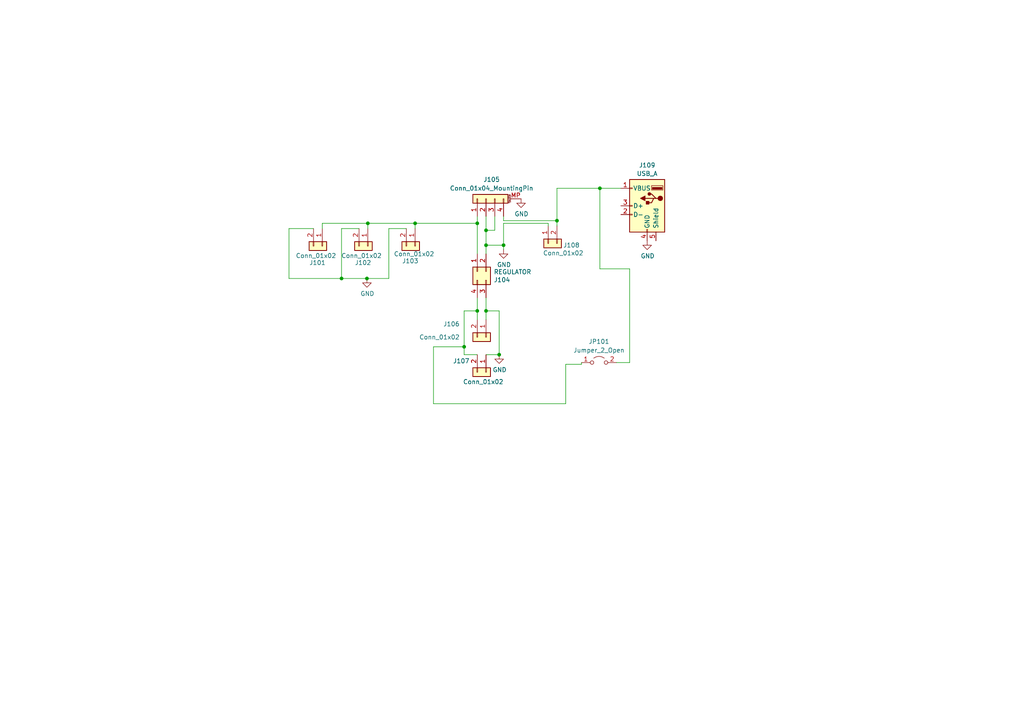
<source format=kicad_sch>
(kicad_sch (version 20230121) (generator eeschema)
  (paper "A4")
  (lib_symbols
    (symbol "Connector:USB_A" (pin_names (offset 1.016))
      (property "Reference" "J" (at -5.08 11.43 0))
      (property "Value" "USB_A" (at -5.08 8.89 0))
      (symbol "USB_A_0_1"
        (rectangle (start -5.08 -7.62) (end 5.08 7.62) (stroke (width 0.254)) (fill (type background)))
        (circle (center -3.81 2.159) (radius 0.635) (stroke (width 0.254)) (fill (type outline)))
        (rectangle (start -1.524 4.826) (end -4.318 5.334) (fill (type outline)))
        (rectangle (start -1.27 4.572) (end -4.572 5.842))
        (circle (center -0.635 3.429) (radius 0.381) (stroke (width 0.254)) (fill (type outline)))
        (rectangle (start -0.127 -7.62) (end 0.127 -6.858))
        (polyline (pts (xy -3.175 2.159) (xy -2.54 2.159) (xy -1.27 3.429) (xy -0.635 3.429)) (stroke (width 0.254)))
        (polyline (pts (xy -2.54 2.159) (xy -1.905 2.159) (xy -1.27 0.889) (xy 0 0.889)) (stroke (width 0.254)))
        (polyline (pts (xy 0.635 2.794) (xy 0.635 1.524) (xy 1.905 2.159) (xy 0.635 2.794)) (stroke (width 0.254)) (fill (type outline)))
        (rectangle (start 0.254 1.27) (end -0.508 0.508) (stroke (width 0.254)) (fill (type outline)))
        (rectangle (start 5.08 -2.667) (end 4.318 -2.413))
        (rectangle (start 5.08 -0.127) (end 4.318 0.127))
        (rectangle (start 5.08 4.953) (end 4.318 5.207))
      )
      (symbol "USB_A_1_1"
        (polyline (pts (xy -1.905 2.159) (xy 0.635 2.159)) (stroke (width 0.254)))
        (pin power_in line (at 7.62 5.08 180) (length 2.54) (name "VBUS") (number "1"))
        (pin bidirectional line (at 7.62 -2.54 180) (length 2.54) (name "D-") (number "2"))
        (pin bidirectional line (at 7.62 0 180) (length 2.54) (name "D+") (number "3"))
        (pin power_in line (at 0 -10.16 90) (length 2.54) (name "GND") (number "4"))
        (pin passive line (at -2.54 -10.16 90) (length 2.54) (name "Shield") (number "5"))
      )
    )
    (symbol "Connector_Generic:Conn_01x02" (pin_names (offset 1.016) hide)
      (property "Reference" "J" (at 0 2.54 0))
      (property "Value" "Conn_01x02" (at 0 -5.08 0))
      (symbol "Conn_01x02_1_1"
        (rectangle (start -1.27 -2.413) (end 0 -2.667) (stroke (width 0.1524)))
        (rectangle (start -1.27 0.127) (end 0 -0.127) (stroke (width 0.1524)))
        (rectangle (start -1.27 1.27) (end 1.27 -3.81) (stroke (width 0.254)) (fill (type background)))
        (pin passive line (at -5.08 0 0) (length 3.81) (name "Pin_1") (number "1"))
        (pin passive line (at -5.08 -2.54 0) (length 3.81) (name "Pin_2") (number "2"))
      )
    )
    (symbol "Connector_Generic:Conn_02x02_Counter_Clockwise" (pin_names (offset 1.016) hide)
      (property "Reference" "J" (at 1.27 2.54 0))
      (property "Value" "Conn_02x02_Counter_Clockwise" (at 1.27 -5.08 0))
      (symbol "Conn_02x02_Counter_Clockwise_1_1"
        (rectangle (start -1.27 -2.413) (end 0 -2.667) (stroke (width 0.1524)))
        (rectangle (start -1.27 0.127) (end 0 -0.127) (stroke (width 0.1524)))
        (rectangle (start -1.27 1.27) (end 3.81 -3.81) (stroke (width 0.254)) (fill (type background)))
        (rectangle (start 3.81 -2.413) (end 2.54 -2.667) (stroke (width 0.1524)))
        (rectangle (start 3.81 0.127) (end 2.54 -0.127) (stroke (width 0.1524)))
        (pin passive line (at -5.08 0 0) (length 3.81) (name "Pin_1") (number "1"))
        (pin passive line (at -5.08 -2.54 0) (length 3.81) (name "Pin_2") (number "2"))
        (pin passive line (at 7.62 -2.54 180) (length 3.81) (name "Pin_3") (number "3"))
        (pin passive line (at 7.62 0 180) (length 3.81) (name "Pin_4") (number "4"))
      )
    )
    (symbol "Connector_Generic_MountingPin:Conn_01x04_MountingPin" (pin_names (offset 1.016) hide)
      (property "Reference" "J" (at 0 5.08 0))
      (property "Value" "Conn_01x04_MountingPin" (at 1.27 -7.62 0))
      (symbol "Conn_01x04_MountingPin_1_1"
        (rectangle (start -1.27 -4.953) (end 0 -5.207) (stroke (width 0.1524)))
        (rectangle (start -1.27 -2.413) (end 0 -2.667) (stroke (width 0.1524)))
        (rectangle (start -1.27 0.127) (end 0 -0.127) (stroke (width 0.1524)))
        (rectangle (start -1.27 2.667) (end 0 2.413) (stroke (width 0.1524)))
        (rectangle (start -1.27 3.81) (end 1.27 -6.35) (stroke (width 0.254)) (fill (type background)))
        (polyline (pts (xy -1.016 -7.112) (xy 1.016 -7.112)) (stroke (width 0.1524)))
        (text "Mounting" (at 0 -6.731 0) (effects (font (size 0.381 0.381))))
        (pin passive line (at -5.08 2.54 0) (length 3.81) (name "Pin_1") (number "1"))
        (pin passive line (at -5.08 0 0) (length 3.81) (name "Pin_2") (number "2"))
        (pin passive line (at -5.08 -2.54 0) (length 3.81) (name "Pin_3") (number "3"))
        (pin passive line (at -5.08 -5.08 0) (length 3.81) (name "Pin_4") (number "4"))
        (pin passive line (at 0 -10.16 90) (length 3.048) (name "MountPin") (number "MP"))
      )
    )
    (symbol "Jumper:Jumper_2_Open" (pin_names (offset 0) hide)
      (property "Reference" "JP" (at 0 2.794 0))
      (property "Value" "Jumper_2_Open" (at 0 -2.286 0))
      (symbol "Jumper_2_Open_0_0"
        (circle (center -2.032 0) (radius 0.508))
        (circle (center 2.032 0) (radius 0.508))
      )
      (symbol "Jumper_2_Open_0_1"
        (arc (start 1.524 1.27) (mid 0 1.778) (end -1.524 1.27))
      )
      (symbol "Jumper_2_Open_1_1"
        (pin passive line (at -5.08 0 0) (length 2.54) (name "A") (number "1"))
        (pin passive line (at 5.08 0 180) (length 2.54) (name "B") (number "2"))
      )
    )
    (symbol "power:GND" (power) (pin_names (offset 0))
      (property "Value" "GND" (at 0 -3.81 0))
      (symbol "GND_0_1"
        (polyline (pts (xy 0 0) (xy 0 -1.27) (xy 1.27 -1.27) (xy 0 -2.54) (xy -1.27 -1.27) (xy 0 -1.27)))
      )
      (symbol "GND_1_1"
        (pin power_in line (at 0 0 270) (length 0) hide (name "GND") (number "1"))
      )
    )
  )
  (junction (at 138.43 90.17))
  (junction (at 134.62 100.584))
  (junction (at 99.06 80.772))
  (junction (at 140.97 90.17))
  (junction (at 144.78 102.87))
  (junction (at 140.97 71.12))
  (junction (at 140.97 66.802))
  (junction (at 138.43 64.77))
  (junction (at 120.396 64.77))
  (junction (at 106.68 64.77))
  (junction (at 161.544 64.008))
  (junction (at 146.05 71.12))
  (junction (at 106.426 80.772))
  (junction (at 173.99 54.61))
  (wire (pts (xy 138.43 62.738) (xy 138.43 64.77)))
  (wire (pts (xy 125.73 117.094) (xy 164.084 117.094)))
  (wire (pts (xy 83.82 80.772) (xy 83.82 66.294)))
  (wire (pts (xy 161.544 54.61) (xy 173.99 54.61)))
  (wire (pts (xy 140.97 66.802) (xy 140.97 71.12)))
  (wire (pts (xy 125.73 100.584) (xy 125.73 117.094)))
  (wire (pts (xy 140.97 71.12) (xy 146.05 71.12)))
  (wire (pts (xy 134.62 102.87) (xy 138.43 102.87)))
  (wire (pts (xy 161.544 64.008) (xy 161.544 65.532)))
  (wire (pts (xy 143.51 66.802) (xy 143.51 62.738)))
  (wire (pts (xy 112.776 80.772) (xy 106.426 80.772)))
  (wire (pts (xy 134.62 100.584) (xy 125.73 100.584)))
  (wire (pts (xy 106.68 64.77) (xy 120.396 64.77)))
  (wire (pts (xy 168.656 105.664) (xy 168.656 105.156)))
  (wire (pts (xy 161.544 64.008) (xy 161.544 54.61)))
  (wire (pts (xy 134.62 100.584) (xy 134.62 102.87)))
  (wire (pts (xy 182.626 77.978) (xy 173.99 77.978)))
  (wire (pts (xy 106.68 66.294) (xy 106.68 64.77)))
  (wire (pts (xy 146.05 64.008) (xy 161.544 64.008)))
  (wire (pts (xy 140.97 86.36) (xy 140.97 90.17)))
  (wire (pts (xy 146.05 71.12) (xy 146.05 72.39)))
  (wire (pts (xy 173.99 77.978) (xy 173.99 54.61)))
  (wire (pts (xy 99.06 80.772) (xy 99.06 66.294)))
  (wire (pts (xy 138.43 90.17) (xy 134.62 90.17)))
  (wire (pts (xy 159.004 64.77) (xy 146.05 64.77)))
  (wire (pts (xy 140.97 66.802) (xy 143.51 66.802)))
  (wire (pts (xy 120.396 64.77) (xy 138.43 64.77)))
  (wire (pts (xy 164.084 117.094) (xy 164.084 105.664)))
  (wire (pts (xy 164.084 105.664) (xy 168.656 105.664)))
  (wire (pts (xy 99.06 80.772) (xy 83.82 80.772)))
  (wire (pts (xy 140.97 102.87) (xy 144.78 102.87)))
  (wire (pts (xy 140.97 73.66) (xy 140.97 71.12)))
  (wire (pts (xy 138.43 64.77) (xy 138.43 73.66)))
  (wire (pts (xy 106.68 64.77) (xy 93.472 64.77)))
  (wire (pts (xy 138.43 86.36) (xy 138.43 90.17)))
  (wire (pts (xy 106.426 80.772) (xy 99.06 80.772)))
  (wire (pts (xy 120.396 66.294) (xy 120.396 64.77)))
  (wire (pts (xy 144.78 102.87) (xy 144.78 90.17)))
  (wire (pts (xy 93.472 64.77) (xy 93.472 66.294)))
  (wire (pts (xy 117.856 66.294) (xy 112.776 66.294)))
  (wire (pts (xy 138.43 90.17) (xy 138.43 92.71)))
  (wire (pts (xy 146.05 62.738) (xy 146.05 64.008)))
  (wire (pts (xy 83.82 66.294) (xy 90.932 66.294)))
  (wire (pts (xy 112.776 66.294) (xy 112.776 80.772)))
  (wire (pts (xy 140.97 62.738) (xy 140.97 66.802)))
  (wire (pts (xy 99.06 66.294) (xy 104.14 66.294)))
  (wire (pts (xy 144.78 90.17) (xy 140.97 90.17)))
  (wire (pts (xy 173.99 54.61) (xy 180.086 54.61)))
  (wire (pts (xy 182.626 105.156) (xy 182.626 77.978)))
  (wire (pts (xy 159.004 65.532) (xy 159.004 64.77)))
  (wire (pts (xy 140.97 92.71) (xy 140.97 90.17)))
  (wire (pts (xy 146.05 64.77) (xy 146.05 71.12)))
  (wire (pts (xy 134.62 90.17) (xy 134.62 100.584)))
  (wire (pts (xy 178.816 105.156) (xy 182.626 105.156)))
  (symbol (lib_id "Connector_Generic:Conn_02x02_Counter_Clockwise") (at 138.43 78.74 90) (mirror x) (unit 1)
    (property "Reference" "J104" (at 143.2052 81.1784 90) (effects (justify right)))
    (property "Value" "REGULATOR" (at 143.2052 78.867 90) (effects (justify right)))
    (property "Footprint" "EvezorLIB:LM2596_DC-DC" (effects hide))
  )
  (symbol (lib_id "Connector_Generic:Conn_01x02") (at 140.97 97.79 270) (unit 1)
    (property "Reference" "J106" (at 133.35 93.98 90) (effects (justify right)))
    (property "Value" "Conn_01x02" (at 133.35 97.79 90) (effects (justify right)))
    (property "Footprint" "Connector_Molex:Molex_KK-254_AE-6410-02A_1x02_P2.54mm_Vertical" (effects hide))
  )
  (symbol (lib_id "Connector_Generic:Conn_01x02") (at 140.97 107.95 270) (unit 1)
    (property "Reference" "J107" (at 136.1948 104.6988 90) (effects (justify right)))
    (property "Value" "Conn_01x02" (at 146.05 110.744 90) (effects (justify right)))
    (property "Footprint" "Connector_Molex:Molex_KK-254_AE-6410-02A_1x02_P2.54mm_Vertical" (effects hide))
  )
  (symbol (lib_id "power:GND") (at 144.78 102.87 0) (unit 1)
    (property "Reference" "#PWR0102" (effects hide))
    (property "Value" "GND" (at 144.907 107.2642 0))
  )
  (symbol (lib_id "power:GND") (at 146.05 72.39 0) (unit 1)
    (property "Reference" "#PWR0103" (effects hide))
    (property "Value" "GND" (at 146.177 76.7842 0))
  )
  (symbol (lib_id "power:GND") (at 187.706 69.85 0) (unit 1)
    (property "Reference" "#PWR0105" (effects hide))
    (property "Value" "GND" (at 187.833 74.2442 0))
  )
  (symbol (lib_id "Connector_Generic:Conn_01x02") (at 93.472 71.374 270) (unit 1)
    (property "Reference" "J101" (at 94.488 76.2 90) (effects (justify right)))
    (property "Value" "Conn_01x02" (at 97.536 74.168 90) (effects (justify right)))
    (property "Footprint" "Connector_Phoenix_MC:PhoenixContact_MC_1,5_2-G-3.81_1x02_P3.81mm_Horizontal" (effects hide))
  )
  (symbol (lib_id "Connector_Generic_MountingPin:Conn_01x04_MountingPin") (at 140.97 57.658 90) (unit 1)
    (property "Reference" "J105" (at 142.5956 52.07 90))
    (property "Value" "Conn_01x04_MountingPin" (at 142.5956 54.61 90))
    (property "Footprint" "Connector_Molex:Molex_HDD_POWER_CONN" (effects hide))
  )
  (symbol (lib_id "Connector_Generic:Conn_01x02") (at 159.004 70.612 90) (mirror x) (unit 1)
    (property "Reference" "J108" (at 163.322 71.12 90) (effects (justify right)))
    (property "Value" "Conn_01x02" (at 157.48 73.406 90) (effects (justify right)))
    (property "Footprint" "Connector_Molex:Molex_KK-254_AE-6410-02A_1x02_P2.54mm_Vertical" (effects hide))
  )
  (symbol (lib_id "Connector:USB_A") (at 187.706 59.69 0) (mirror y) (unit 1)
    (property "Reference" "J109" (at 187.706 47.9257 0))
    (property "Value" "USB_A" (at 187.706 50.3499 0))
    (property "Footprint" "Connector_USB:USB_A_CONNFLY_DS1095-WNR0" (effects hide))
    (property "Datasheet" " ~" (effects hide))
  )
  (symbol (lib_id "power:GND") (at 151.13 57.658 0) (unit 1)
    (property "Reference" "#PWR0104" (effects hide))
    (property "Value" "GND" (at 151.257 62.0522 0))
  )
  (symbol (lib_id "Connector_Generic:Conn_01x02") (at 106.68 71.374 270) (unit 1)
    (property "Reference" "J102" (at 107.696 76.2 90) (effects (justify right)))
    (property "Value" "Conn_01x02" (at 110.744 74.168 90) (effects (justify right)))
    (property "Footprint" "Connector_JST:JST_XH_S2B-XH-A_1x02_P2.50mm_Horizontal" (effects hide))
  )
  (symbol (lib_id "Connector_Generic:Conn_01x02") (at 120.396 71.374 270) (unit 1)
    (property "Reference" "J103" (at 121.412 75.692 90) (effects (justify right)))
    (property "Value" "Conn_01x02" (at 125.984 73.66 90) (effects (justify right)))
    (property "Footprint" "Connector_JST:JST_XH_S2B-XH-A_1x02_P2.50mm_Horizontal" (effects hide))
  )
  (symbol (lib_id "Jumper:Jumper_2_Open") (at 173.736 105.156 0) (unit 1)
    (property "Reference" "JP101" (at 173.736 99.06 0))
    (property "Value" "Jumper_2_Open" (at 173.736 101.6 0))
    (property "Footprint" "Jumper:SolderJumper-2_P1.3mm_Open_RoundedPad1.0x1.5mm" (effects hide))
  )
  (symbol (lib_id "power:GND") (at 106.426 80.772 0) (unit 1)
    (property "Reference" "#PWR0101" (effects hide))
    (property "Value" "GND" (at 106.553 85.1662 0))
  )
)
</source>
